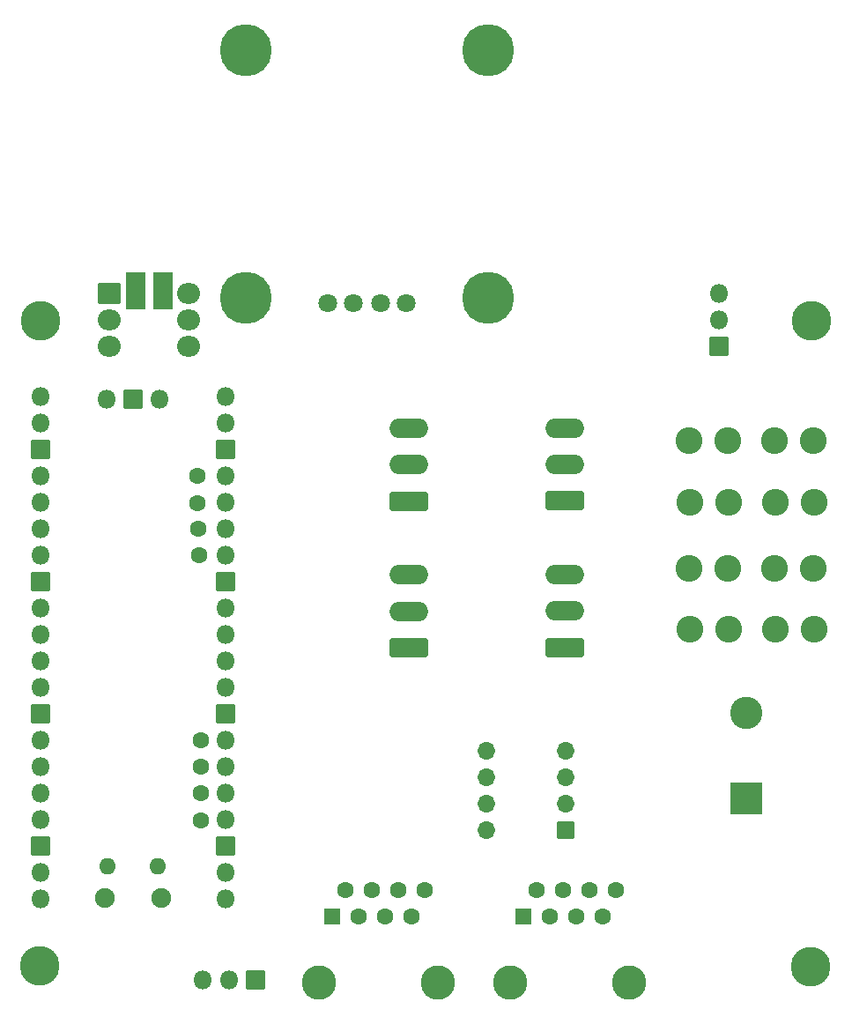
<source format=gbr>
%TF.GenerationSoftware,KiCad,Pcbnew,(6.0.5)*%
%TF.CreationDate,2022-05-05T00:02:25-04:00*%
%TF.ProjectId,Receiver_Out,52656365-6976-4657-925f-4f75742e6b69,v2*%
%TF.SameCoordinates,Original*%
%TF.FileFunction,Soldermask,Bot*%
%TF.FilePolarity,Negative*%
%FSLAX46Y46*%
G04 Gerber Fmt 4.6, Leading zero omitted, Abs format (unit mm)*
G04 Created by KiCad (PCBNEW (6.0.5)) date 2022-05-05 00:02:25*
%MOMM*%
%LPD*%
G01*
G04 APERTURE LIST*
G04 Aperture macros list*
%AMRoundRect*
0 Rectangle with rounded corners*
0 $1 Rounding radius*
0 $2 $3 $4 $5 $6 $7 $8 $9 X,Y pos of 4 corners*
0 Add a 4 corners polygon primitive as box body*
4,1,4,$2,$3,$4,$5,$6,$7,$8,$9,$2,$3,0*
0 Add four circle primitives for the rounded corners*
1,1,$1+$1,$2,$3*
1,1,$1+$1,$4,$5*
1,1,$1+$1,$6,$7*
1,1,$1+$1,$8,$9*
0 Add four rect primitives between the rounded corners*
20,1,$1+$1,$2,$3,$4,$5,0*
20,1,$1+$1,$4,$5,$6,$7,0*
20,1,$1+$1,$6,$7,$8,$9,0*
20,1,$1+$1,$8,$9,$2,$3,0*%
G04 Aperture macros list end*
%ADD10RoundRect,0.301000X1.550000X-0.650000X1.550000X0.650000X-1.550000X0.650000X-1.550000X-0.650000X0*%
%ADD11O,3.702000X1.902000*%
%ADD12RoundRect,0.051000X1.500000X-1.500000X1.500000X1.500000X-1.500000X1.500000X-1.500000X-1.500000X0*%
%ADD13C,3.102000*%
%ADD14C,2.577000*%
%ADD15RoundRect,0.051000X0.850000X0.850000X-0.850000X0.850000X-0.850000X-0.850000X0.850000X-0.850000X0*%
%ADD16O,1.802000X1.802000*%
%ADD17C,3.302000*%
%ADD18RoundRect,0.051000X-0.750000X-0.750000X0.750000X-0.750000X0.750000X0.750000X-0.750000X0.750000X0*%
%ADD19C,1.602000*%
%ADD20C,5.000000*%
%ADD21C,1.802000*%
%ADD22C,3.802000*%
%ADD23O,1.902000X1.902000*%
%ADD24O,1.602000X1.602000*%
%ADD25RoundRect,0.051000X-1.050000X-0.950000X1.050000X-0.950000X1.050000X0.950000X-1.050000X0.950000X0*%
%ADD26O,2.202000X2.002000*%
%ADD27RoundRect,0.051000X-0.850000X0.850000X-0.850000X-0.850000X0.850000X-0.850000X0.850000X0.850000X0*%
%ADD28RoundRect,0.051000X0.800000X0.800000X-0.800000X0.800000X-0.800000X-0.800000X0.800000X-0.800000X0*%
%ADD29O,1.702000X1.702000*%
%ADD30RoundRect,0.051000X0.850000X-1.750000X0.850000X1.750000X-0.850000X1.750000X-0.850000X-1.750000X0*%
G04 APERTURE END LIST*
D10*
%TO.C,J2*%
X84743500Y-104017800D03*
D11*
X84743500Y-100517800D03*
X84743500Y-97017800D03*
%TD*%
D10*
%TO.C,J4*%
X99743500Y-104000300D03*
D11*
X99743500Y-100500300D03*
X99743500Y-97000300D03*
%TD*%
D10*
%TO.C,J3*%
X99743500Y-118082800D03*
D11*
X99743500Y-114582800D03*
X99743500Y-111082800D03*
%TD*%
D10*
%TO.C,J1*%
X84743500Y-118100300D03*
D11*
X84743500Y-114600300D03*
X84743500Y-111100300D03*
%TD*%
D12*
%TO.C,TB1*%
X117164800Y-132615760D03*
D13*
X117164800Y-124365840D03*
%TD*%
D14*
%TO.C,F2*%
X123567790Y-98217800D03*
X119867790Y-98217800D03*
X115367790Y-98217800D03*
X111667790Y-98217800D03*
%TD*%
%TO.C,F4*%
X123651000Y-104117800D03*
X119951000Y-104117800D03*
X115451000Y-104117800D03*
X111751000Y-104117800D03*
%TD*%
%TO.C,F1*%
X123567790Y-110517800D03*
X119867790Y-110517800D03*
X115367790Y-110517800D03*
X111667790Y-110517800D03*
%TD*%
%TO.C,F3*%
X123651000Y-116317800D03*
X119951000Y-116317800D03*
X115451000Y-116317800D03*
X111751000Y-116317800D03*
%TD*%
D15*
%TO.C,J6*%
X114501000Y-89142800D03*
D16*
X114501000Y-86602800D03*
X114501000Y-84062800D03*
%TD*%
D17*
%TO.C,J7*%
X105878500Y-150267800D03*
X94448500Y-150267800D03*
D18*
X95718500Y-143917800D03*
D19*
X96988500Y-141377800D03*
X98258500Y-143917800D03*
X99528500Y-141377800D03*
X100798500Y-143917800D03*
X102068500Y-141377800D03*
X103338500Y-143917800D03*
X104608500Y-141377800D03*
%TD*%
D17*
%TO.C,J8*%
X87478500Y-150267800D03*
X76048500Y-150267800D03*
D18*
X77318500Y-143917800D03*
D19*
X78588500Y-141377800D03*
X79858500Y-143917800D03*
X81128500Y-141377800D03*
X82398500Y-143917800D03*
X83668500Y-141377800D03*
X84938500Y-143917800D03*
X86208500Y-141377800D03*
%TD*%
D20*
%TO.C,J5*%
X92351000Y-60717800D03*
X69051000Y-84517800D03*
X69051000Y-60717800D03*
X92351000Y-84517800D03*
D21*
X76901000Y-85017800D03*
X79401000Y-85017800D03*
X82001000Y-85017800D03*
X84501000Y-85017800D03*
%TD*%
D22*
%TO.C,H3*%
X49301000Y-86717800D03*
%TD*%
D23*
%TO.C,U1*%
X55476000Y-142117800D03*
D24*
X55776000Y-139087800D03*
X60626000Y-139087800D03*
D23*
X60926000Y-142117800D03*
D16*
X67091000Y-142247800D03*
X67091000Y-139707800D03*
D15*
X67091000Y-137167800D03*
D16*
X67091000Y-134627800D03*
X67091000Y-132087800D03*
X67091000Y-129547800D03*
X67091000Y-127007800D03*
D15*
X67091000Y-124467800D03*
D16*
X67091000Y-121927800D03*
X67091000Y-119387800D03*
X67091000Y-116847800D03*
X67091000Y-114307800D03*
D15*
X67091000Y-111767800D03*
D16*
X67091000Y-109227800D03*
X67091000Y-106687800D03*
X67091000Y-104147800D03*
X67091000Y-101607800D03*
D15*
X67091000Y-99067800D03*
D16*
X67091000Y-96527800D03*
X67091000Y-93987800D03*
X49311000Y-93987800D03*
X49311000Y-96527800D03*
D15*
X49311000Y-99067800D03*
D16*
X49311000Y-101607800D03*
X49311000Y-104147800D03*
X49311000Y-106687800D03*
X49311000Y-109227800D03*
D15*
X49311000Y-111767800D03*
D16*
X49311000Y-114307800D03*
X49311000Y-116847800D03*
X49311000Y-119387800D03*
X49311000Y-121927800D03*
D15*
X49311000Y-124467800D03*
D16*
X49311000Y-127007800D03*
X49311000Y-129547800D03*
X49311000Y-132087800D03*
X49311000Y-134627800D03*
D15*
X49311000Y-137167800D03*
D16*
X49311000Y-139707800D03*
X49311000Y-142247800D03*
X60741000Y-94217800D03*
D15*
X58201000Y-94217800D03*
D16*
X55661000Y-94217800D03*
%TD*%
D22*
%TO.C,H4*%
X123431000Y-86717800D03*
%TD*%
%TO.C,H2*%
X123331000Y-148739800D03*
%TD*%
D25*
%TO.C,SW1*%
X55968500Y-84055300D03*
D26*
X63588500Y-89135300D03*
X55968500Y-89135300D03*
X63588500Y-84055300D03*
X63588500Y-86595300D03*
X55968500Y-86595300D03*
%TD*%
D22*
%TO.C,H1*%
X49281000Y-148689800D03*
%TD*%
D27*
%TO.C,J9*%
X70001000Y-150017800D03*
D16*
X67461000Y-150017800D03*
X64921000Y-150017800D03*
%TD*%
D28*
%TO.C,SW2*%
X99801000Y-135617800D03*
D29*
X99801000Y-133077800D03*
X99801000Y-130537800D03*
X99801000Y-127997800D03*
X92181000Y-127997800D03*
X92181000Y-130537800D03*
X92181000Y-133077800D03*
X92181000Y-135617800D03*
%TD*%
D19*
%TO.C,TP3*%
X64701000Y-129517800D03*
%TD*%
%TO.C,TP8*%
X64401000Y-101617800D03*
%TD*%
%TO.C,TP5*%
X64601000Y-109217800D03*
%TD*%
%TO.C,TP2*%
X64701000Y-132117800D03*
%TD*%
%TO.C,TP6*%
X64501000Y-106717800D03*
%TD*%
D30*
%TO.C,J10*%
X61061000Y-83817800D03*
X58506000Y-83817800D03*
%TD*%
D19*
%TO.C,TP4*%
X64701000Y-127017800D03*
%TD*%
%TO.C,TP1*%
X64701000Y-134717800D03*
%TD*%
%TO.C,TP7*%
X64401000Y-104217800D03*
%TD*%
M02*

</source>
